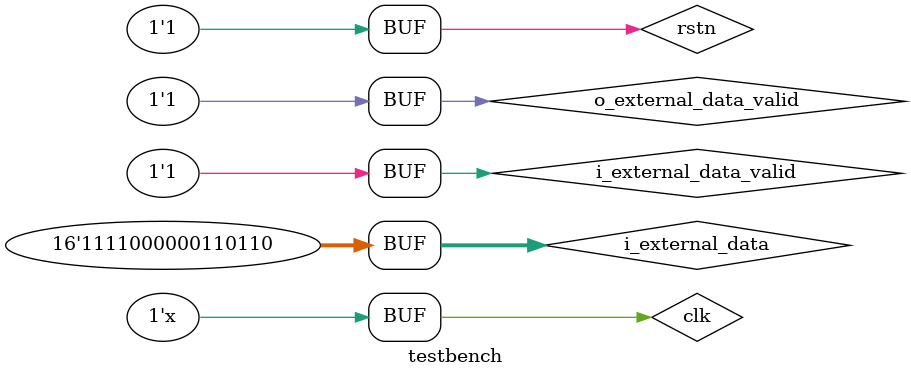
<source format=v>
`timescale 1ns/1ps
module testbench();
reg clk;
reg rstn;
reg [15:0] i_external_data;
wire [15:0] o_external_data;
reg  i_external_data_valid;
reg  o_external_data_valid;

openNocTop #(.X(4),.Y(4),.data_width(8),.x_size(2),.y_size(2),.total_width(16))
n1(
clk,
rstn,
i_external_data,
o_external_data,
i_external_data_valid,
o_external_data_valid
);

initial
begin
rstn = 1'b0;
clk = 1'b1;
#2 rstn = 1'b1;
i_external_data_valid = 1'b1;
o_external_data_valid = 1'b1;
#10 i_external_data = 16'b1011011100000100;
#10 i_external_data = 16'b0110101000010100;
#10 i_external_data = 16'b0111000000100100;
#10 i_external_data = 16'b1111000000110100;
#10 i_external_data = 16'b1011011100000101;
#10 i_external_data = 16'b0110101000010101;
#10 i_external_data = 16'b0111000000100101;
#10 i_external_data = 16'b1111000000110101;
#10 i_external_data = 16'b1011011100000110;
#10 i_external_data = 16'b0110101000010110;
#10 i_external_data = 16'b0111000000100110;
#10 i_external_data = 16'b1111000000110110;
end

always #5 clk=~clk;


endmodule
</source>
